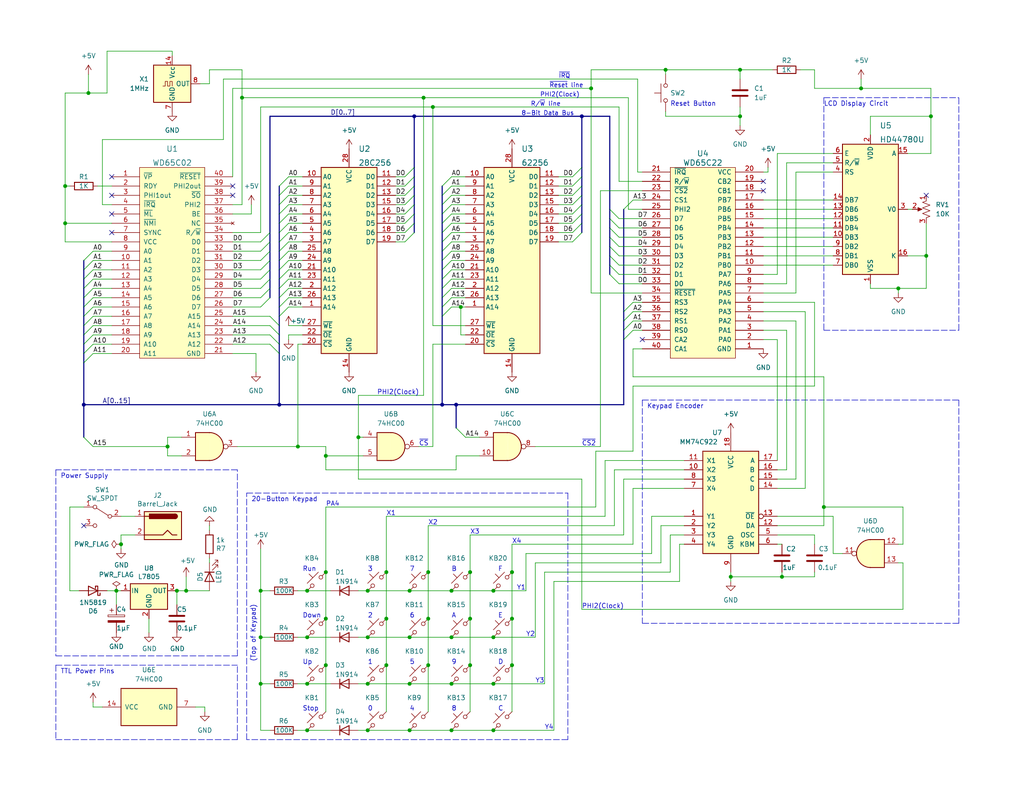
<source format=kicad_sch>
(kicad_sch (version 20211123) (generator eeschema)
  (paper "USLetter")
  (title_block (title "WD65C02 Homebrew Computer Mainboard") (date "2022-Jan-09") (rev "B") (company "Matt Rude <matt@mattrude.com>") (comment 1 "6502 computer with LCD screen and 20 button keypad") (comment 2 "Memory Map:  RAM: $0000 - $5fff,  65c22: $6000 - $600f,  ROM: $8000 - $ffff") (comment 5 "https://github.com/mattrude/wd65c02"))
  (junction (at 254 31.75))
  (junction (at 139.7 168.91))
  (junction (at 111.76 161.29))
  (junction (at 139.7 156.21))
  (junction (at 17.78 50.8))
  (junction (at 134.62 199.39))
  (junction (at 116.84 181.61))
  (junction (at 113.03 31.75))
  (junction (at 105.41 168.91))
  (junction (at 88.9 124.46))
  (junction (at 139.7 181.61))
  (junction (at 100.33 173.99))
  (junction (at 224.79 138.43))
  (junction (at 120.65 110.49))
  (junction (at 83.82 161.29))
  (junction (at 100.33 186.69))
  (junction (at 234.95 24.13))
  (junction (at 88.9 168.91))
  (junction (at 50.8 161.29))
  (junction (at 134.62 186.69))
  (junction (at 71.12 186.69))
  (junction (at 111.76 199.39))
  (junction (at 22.86 110.49))
  (junction (at 123.19 199.39))
  (junction (at 24.13 25.4))
  (junction (at 181.61 19.05))
  (junction (at 123.19 186.69))
  (junction (at 111.76 186.69))
  (junction (at 252.73 69.85))
  (junction (at 128.27 156.21))
  (junction (at 115.57 26.67))
  (junction (at 83.82 173.99))
  (junction (at 245.11 78.74))
  (junction (at 213.36 157.48))
  (junction (at 100.33 199.39))
  (junction (at 71.12 173.99))
  (junction (at 81.28 121.92))
  (junction (at 76.2 110.49))
  (junction (at 100.33 161.29))
  (junction (at 123.19 173.99))
  (junction (at 125.73 83.82))
  (junction (at 66.04 26.67))
  (junction (at 88.9 181.61))
  (junction (at 111.76 173.99))
  (junction (at 128.27 168.91))
  (junction (at 88.9 156.21))
  (junction (at 199.39 157.48))
  (junction (at 45.72 121.92))
  (junction (at 83.82 186.69))
  (junction (at 124.46 110.49))
  (junction (at 201.93 19.05))
  (junction (at 123.19 161.29))
  (junction (at 161.29 24.13))
  (junction (at 201.93 31.75))
  (junction (at 97.79 119.38))
  (junction (at 116.84 168.91))
  (junction (at 105.41 181.61))
  (junction (at 48.26 161.29))
  (junction (at 83.82 199.39))
  (junction (at 31.75 161.29))
  (junction (at 118.11 29.21))
  (junction (at 134.62 161.29))
  (junction (at 116.84 156.21))
  (junction (at 33.02 148.59))
  (junction (at 134.62 173.99))
  (junction (at 158.75 31.75))
  (junction (at 71.12 161.29))
  (junction (at 105.41 156.21))
  (junction (at 128.27 181.61))
  (junction (at 17.78 60.96))
  (no_connect (at 208.28 49.53))
  (no_connect (at 30.48 48.26))
  (no_connect (at 22.86 143.51))
  (no_connect (at 30.48 63.5))
  (no_connect (at 30.48 53.34))
  (no_connect (at 175.26 92.71))
  (no_connect (at 63.5 50.8))
  (no_connect (at 63.5 53.34))
  (no_connect (at 208.28 52.07))
  (no_connect (at 252.73 53.34))
  (no_connect (at 30.48 58.42))
  (bus_entry (at 73.66 93.98) (size 2.54 2.54))
  (bus_entry (at 78.74 68.58) (size -2.54 2.54))
  (bus_entry (at 123.19 48.26) (size -2.54 2.54))
  (bus_entry (at 73.66 88.9) (size 2.54 2.54))
  (bus_entry (at 113.03 63.5) (size -2.54 2.54))
  (bus_entry (at 78.74 55.88) (size -2.54 2.54))
  (bus_entry (at 158.75 58.42) (size -2.54 2.54))
  (bus_entry (at 113.03 45.72) (size -2.54 2.54))
  (bus_entry (at 22.86 83.82) (size 2.54 -2.54))
  (bus_entry (at 113.03 50.8) (size -2.54 2.54))
  (bus_entry (at 123.19 83.82) (size -2.54 2.54))
  (bus_entry (at 73.66 71.12) (size -2.54 2.54))
  (bus_entry (at 73.66 68.58) (size -2.54 2.54))
  (bus_entry (at 172.72 85.09) (size -2.54 2.54))
  (bus_entry (at 172.72 87.63) (size -2.54 2.54))
  (bus_entry (at 123.19 66.04) (size -2.54 2.54))
  (bus_entry (at 73.66 91.44) (size 2.54 2.54))
  (bus_entry (at 73.66 73.66) (size -2.54 2.54))
  (bus_entry (at 113.03 58.42) (size -2.54 2.54))
  (bus_entry (at 158.75 53.34) (size -2.54 2.54))
  (bus_entry (at 123.19 73.66) (size -2.54 2.54))
  (bus_entry (at 73.66 81.28) (size -2.54 2.54))
  (bus_entry (at 22.86 99.06) (size 2.54 -2.54))
  (bus_entry (at 113.03 60.96) (size -2.54 2.54))
  (bus_entry (at 78.74 60.96) (size -2.54 2.54))
  (bus_entry (at 123.19 60.96) (size -2.54 2.54))
  (bus_entry (at 113.03 53.34) (size -2.54 2.54))
  (bus_entry (at 22.86 73.66) (size 2.54 -2.54))
  (bus_entry (at 158.75 45.72) (size -2.54 2.54))
  (bus_entry (at 158.75 50.8) (size -2.54 2.54))
  (bus_entry (at 22.86 88.9) (size 2.54 -2.54))
  (bus_entry (at 123.19 78.74) (size -2.54 2.54))
  (bus_entry (at 123.19 71.12) (size -2.54 2.54))
  (bus_entry (at 22.86 86.36) (size 2.54 -2.54))
  (bus_entry (at 78.74 66.04) (size -2.54 2.54))
  (bus_entry (at 123.19 53.34) (size -2.54 2.54))
  (bus_entry (at 172.72 82.55) (size -2.54 2.54))
  (bus_entry (at 73.66 76.2) (size -2.54 2.54))
  (bus_entry (at 73.66 66.04) (size -2.54 2.54))
  (bus_entry (at 166.37 69.85) (size 2.54 2.54))
  (bus_entry (at 158.75 55.88) (size -2.54 2.54))
  (bus_entry (at 166.37 64.77) (size 2.54 2.54))
  (bus_entry (at 172.72 90.17) (size -2.54 2.54))
  (bus_entry (at 78.74 76.2) (size -2.54 2.54))
  (bus_entry (at 123.19 81.28) (size -2.54 2.54))
  (bus_entry (at 78.74 48.26) (size -2.54 2.54))
  (bus_entry (at 73.66 86.36) (size 2.54 2.54))
  (bus_entry (at 78.74 73.66) (size -2.54 2.54))
  (bus_entry (at 166.37 74.93) (size 2.54 2.54))
  (bus_entry (at 158.75 63.5) (size -2.54 2.54))
  (bus_entry (at 73.66 63.5) (size -2.54 2.54))
  (bus_entry (at 123.19 50.8) (size -2.54 2.54))
  (bus_entry (at 78.74 50.8) (size -2.54 2.54))
  (bus_entry (at 78.74 78.74) (size -2.54 2.54))
  (bus_entry (at 22.86 96.52) (size 2.54 -2.54))
  (bus_entry (at 22.86 78.74) (size 2.54 -2.54))
  (bus_entry (at 22.86 71.12) (size 2.54 -2.54))
  (bus_entry (at 166.37 67.31) (size 2.54 2.54))
  (bus_entry (at 113.03 48.26) (size -2.54 2.54))
  (bus_entry (at 113.03 55.88) (size -2.54 2.54))
  (bus_entry (at 166.37 57.15) (size 2.54 2.54))
  (bus_entry (at 166.37 62.23) (size 2.54 2.54))
  (bus_entry (at 78.74 83.82) (size -2.54 2.54))
  (bus_entry (at 78.74 71.12) (size -2.54 2.54))
  (bus_entry (at 78.74 58.42) (size -2.54 2.54))
  (bus_entry (at 22.86 91.44) (size 2.54 -2.54))
  (bus_entry (at 22.86 76.2) (size 2.54 -2.54))
  (bus_entry (at 123.19 58.42) (size -2.54 2.54))
  (bus_entry (at 123.19 55.88) (size -2.54 2.54))
  (bus_entry (at 78.74 63.5) (size -2.54 2.54))
  (bus_entry (at 166.37 59.69) (size 2.54 2.54))
  (bus_entry (at 78.74 81.28) (size -2.54 2.54))
  (bus_entry (at 166.37 72.39) (size 2.54 2.54))
  (bus_entry (at 78.74 53.34) (size -2.54 2.54))
  (bus_entry (at 123.19 68.58) (size -2.54 2.54))
  (bus_entry (at 172.72 54.61) (size -2.54 2.54))
  (bus_entry (at 158.75 60.96) (size -2.54 2.54))
  (bus_entry (at 123.19 76.2) (size -2.54 2.54))
  (bus_entry (at 158.75 48.26) (size -2.54 2.54))
  (bus_entry (at 73.66 78.74) (size -2.54 2.54))
  (bus_entry (at 22.86 119.38) (size 2.54 2.54))
  (bus_entry (at 123.19 63.5) (size -2.54 2.54))
  (bus_entry (at 22.86 93.98) (size 2.54 -2.54))
  (bus_entry (at 124.46 116.84) (size 2.54 2.54))
  (bus_entry (at 22.86 81.28) (size 2.54 -2.54))
  (wire (pts (xy 130.81 124.46) (xy 124.46 124.46)))
  (wire (pts (xy 63.5 71.12) (xy 71.12 71.12)))
  (wire (pts (xy 252.73 78.74) (xy 252.73 69.85)))
  (wire (pts (xy 97.79 199.39) (xy 100.33 199.39)))
  (wire (pts (xy 17.78 50.8) (xy 19.05 50.8)))
  (wire (pts (xy 199.39 157.48) (xy 199.39 156.21)))
  (wire (pts (xy 118.11 93.98) (xy 118.11 121.92)))
  (wire (pts (xy 208.28 64.77) (xy 227.33 64.77)))
  (bus (pts (xy 113.03 58.42) (xy 113.03 60.96)))
  (wire (pts (xy 105.41 140.97) (xy 165.1 140.97)))
  (wire (pts (xy 172.72 123.19) (xy 162.56 123.19)))
  (wire (pts (xy 172.72 85.09) (xy 175.26 85.09)))
  (wire (pts (xy 209.55 46.99) (xy 209.55 45.72)))
  (wire (pts (xy 123.19 63.5) (xy 127 63.5)))
  (wire (pts (xy 208.28 72.39) (xy 227.33 72.39)))
  (wire (pts (xy 123.19 161.29) (xy 134.62 161.29)))
  (wire (pts (xy 161.29 24.13) (xy 161.29 19.05)))
  (wire (pts (xy 63.5 91.44) (xy 73.66 91.44)))
  (polyline (pts (xy 15.24 128.27) (xy 15.24 179.07)))
  (wire (pts (xy 152.4 50.8) (xy 156.21 50.8)))
  (wire (pts (xy 139.7 148.59) (xy 172.72 148.59)))
  (wire (pts (xy 151.13 158.75) (xy 185.42 158.75)))
  (wire (pts (xy 60.96 21.59) (xy 173.99 21.59)))
  (wire (pts (xy 64.77 121.92) (xy 81.28 121.92)))
  (wire (pts (xy 128.27 168.91) (xy 128.27 181.61)))
  (wire (pts (xy 63.5 88.9) (xy 73.66 88.9)))
  (wire (pts (xy 45.72 124.46) (xy 49.53 124.46)))
  (wire (pts (xy 222.25 146.05) (xy 212.09 146.05)))
  (wire (pts (xy 152.4 53.34) (xy 156.21 53.34)))
  (wire (pts (xy 107.95 48.26) (xy 110.49 48.26)))
  (wire (pts (xy 107.95 55.88) (xy 110.49 55.88)))
  (wire (pts (xy 81.28 93.98) (xy 81.28 121.92)))
  (wire (pts (xy 53.34 193.04) (xy 55.88 193.04)))
  (wire (pts (xy 172.72 95.25) (xy 172.72 102.87)))
  (wire (pts (xy 78.74 88.9) (xy 82.55 88.9)))
  (wire (pts (xy 69.85 96.52) (xy 69.85 101.6)))
  (wire (pts (xy 247.65 41.91) (xy 254 41.91)))
  (wire (pts (xy 116.84 181.61) (xy 116.84 194.31)))
  (wire (pts (xy 88.9 138.43) (xy 88.9 156.21)))
  (wire (pts (xy 212.09 74.93) (xy 212.09 41.91)))
  (wire (pts (xy 107.95 60.96) (xy 110.49 60.96)))
  (wire (pts (xy 152.4 58.42) (xy 156.21 58.42)))
  (wire (pts (xy 105.41 140.97) (xy 105.41 156.21)))
  (wire (pts (xy 81.28 199.39) (xy 83.82 199.39)))
  (wire (pts (xy 81.28 173.99) (xy 83.82 173.99)))
  (wire (pts (xy 213.36 156.21) (xy 213.36 157.48)))
  (wire (pts (xy 25.4 191.77) (xy 25.4 193.04)))
  (wire (pts (xy 172.72 102.87) (xy 224.79 102.87)))
  (wire (pts (xy 63.5 24.13) (xy 161.29 24.13)))
  (wire (pts (xy 57.15 22.86) (xy 57.15 19.05)))
  (wire (pts (xy 168.91 74.93) (xy 175.26 74.93)))
  (wire (pts (xy 63.5 66.04) (xy 71.12 66.04)))
  (wire (pts (xy 151.13 158.75) (xy 151.13 199.39)))
  (polyline (pts (xy 15.24 181.61) (xy 64.77 181.61)))
  (wire (pts (xy 222.25 105.41) (xy 172.72 105.41)))
  (wire (pts (xy 19.05 138.43) (xy 19.05 161.29)))
  (wire (pts (xy 25.4 121.92) (xy 45.72 121.92)))
  (wire (pts (xy 116.84 156.21) (xy 116.84 168.91)))
  (bus (pts (xy 166.37 59.69) (xy 166.37 62.23)))
  (wire (pts (xy 78.74 63.5) (xy 82.55 63.5)))
  (bus (pts (xy 76.2 66.04) (xy 76.2 68.58)))
  (wire (pts (xy 208.28 69.85) (xy 227.33 69.85)))
  (wire (pts (xy 208.28 82.55) (xy 222.25 82.55)))
  (wire (pts (xy 17.78 25.4) (xy 17.78 50.8)))
  (bus (pts (xy 166.37 64.77) (xy 166.37 67.31)))
  (wire (pts (xy 63.5 68.58) (xy 71.12 68.58)))
  (wire (pts (xy 78.74 81.28) (xy 82.55 81.28)))
  (wire (pts (xy 17.78 60.96) (xy 30.48 60.96)))
  (wire (pts (xy 107.95 50.8) (xy 110.49 50.8)))
  (wire (pts (xy 246.38 166.37) (xy 246.38 153.67)))
  (wire (pts (xy 246.38 148.59) (xy 246.38 138.43)))
  (wire (pts (xy 123.19 78.74) (xy 127 78.74)))
  (wire (pts (xy 175.26 95.25) (xy 172.72 95.25)))
  (bus (pts (xy 120.65 53.34) (xy 120.65 55.88)))
  (wire (pts (xy 168.91 49.53) (xy 168.91 29.21)))
  (wire (pts (xy 252.73 60.96) (xy 252.73 69.85)))
  (wire (pts (xy 152.4 55.88) (xy 156.21 55.88)))
  (bus (pts (xy 113.03 55.88) (xy 113.03 58.42)))
  (wire (pts (xy 199.39 157.48) (xy 213.36 157.48)))
  (wire (pts (xy 186.69 133.35) (xy 172.72 133.35)))
  (polyline (pts (xy 224.79 26.67) (xy 261.62 26.67)))
  (wire (pts (xy 208.28 74.93) (xy 212.09 74.93)))
  (bus (pts (xy 120.65 110.49) (xy 124.46 110.49)))
  (wire (pts (xy 222.25 24.13) (xy 222.25 19.05)))
  (wire (pts (xy 63.5 24.13) (xy 63.5 48.26)))
  (wire (pts (xy 161.29 24.13) (xy 161.29 80.01)))
  (wire (pts (xy 25.4 81.28) (xy 30.48 81.28)))
  (bus (pts (xy 22.86 110.49) (xy 76.2 110.49)))
  (wire (pts (xy 63.5 55.88) (xy 66.04 55.88)))
  (wire (pts (xy 116.84 143.51) (xy 116.84 156.21)))
  (wire (pts (xy 33.02 146.05) (xy 33.02 148.59)))
  (wire (pts (xy 33.02 148.59) (xy 33.02 149.86)))
  (wire (pts (xy 123.19 173.99) (xy 134.62 173.99)))
  (wire (pts (xy 181.61 20.32) (xy 181.61 19.05)))
  (bus (pts (xy 120.65 58.42) (xy 120.65 60.96)))
  (bus (pts (xy 22.86 73.66) (xy 22.86 76.2)))
  (bus (pts (xy 76.2 73.66) (xy 76.2 76.2)))
  (wire (pts (xy 163.83 121.92) (xy 163.83 52.07)))
  (wire (pts (xy 168.91 69.85) (xy 175.26 69.85)))
  (bus (pts (xy 76.2 58.42) (xy 76.2 60.96)))
  (wire (pts (xy 125.73 83.82) (xy 127 83.82)))
  (wire (pts (xy 97.79 186.69) (xy 100.33 186.69)))
  (wire (pts (xy 25.4 83.82) (xy 30.48 83.82)))
  (wire (pts (xy 17.78 66.04) (xy 30.48 66.04)))
  (wire (pts (xy 116.84 168.91) (xy 116.84 181.61)))
  (bus (pts (xy 76.2 81.28) (xy 76.2 83.82)))
  (wire (pts (xy 152.4 60.96) (xy 156.21 60.96)))
  (wire (pts (xy 213.36 148.59) (xy 212.09 148.59)))
  (wire (pts (xy 17.78 50.8) (xy 17.78 60.96)))
  (wire (pts (xy 105.41 181.61) (xy 105.41 194.31)))
  (polyline (pts (xy 67.31 201.93) (xy 67.31 134.62)))
  (wire (pts (xy 115.57 26.67) (xy 171.45 26.67)))
  (wire (pts (xy 245.11 78.74) (xy 252.73 78.74)))
  (wire (pts (xy 63.5 58.42) (xy 68.58 58.42)))
  (polyline (pts (xy 64.77 201.93) (xy 64.77 181.61)))
  (wire (pts (xy 201.93 19.05) (xy 210.82 19.05)))
  (wire (pts (xy 71.12 63.5) (xy 63.5 63.5)))
  (wire (pts (xy 139.7 181.61) (xy 139.7 194.31)))
  (wire (pts (xy 168.91 62.23) (xy 175.26 62.23)))
  (wire (pts (xy 212.09 92.71) (xy 212.09 125.73)))
  (wire (pts (xy 201.93 19.05) (xy 201.93 21.59)))
  (wire (pts (xy 88.9 124.46) (xy 88.9 128.27)))
  (wire (pts (xy 46.99 13.97) (xy 46.99 15.24)))
  (wire (pts (xy 25.4 96.52) (xy 30.48 96.52)))
  (bus (pts (xy 170.18 110.49) (xy 170.18 92.71)))
  (wire (pts (xy 127 119.38) (xy 130.81 119.38)))
  (wire (pts (xy 208.28 90.17) (xy 214.63 90.17)))
  (bus (pts (xy 113.03 45.72) (xy 113.03 48.26)))
  (bus (pts (xy 22.86 83.82) (xy 22.86 86.36)))
  (wire (pts (xy 162.56 123.19) (xy 162.56 138.43)))
  (wire (pts (xy 78.74 50.8) (xy 82.55 50.8)))
  (wire (pts (xy 123.19 53.34) (xy 127 53.34)))
  (bus (pts (xy 76.2 60.96) (xy 76.2 63.5)))
  (wire (pts (xy 168.91 72.39) (xy 175.26 72.39)))
  (wire (pts (xy 27.94 38.1) (xy 60.96 38.1)))
  (wire (pts (xy 25.4 71.12) (xy 30.48 71.12)))
  (wire (pts (xy 48.26 161.29) (xy 50.8 161.29)))
  (wire (pts (xy 186.69 143.51) (xy 180.34 143.51)))
  (bus (pts (xy 166.37 67.31) (xy 166.37 69.85)))
  (bus (pts (xy 76.2 63.5) (xy 76.2 66.04)))
  (wire (pts (xy 78.74 66.04) (xy 82.55 66.04)))
  (bus (pts (xy 158.75 55.88) (xy 158.75 58.42)))
  (wire (pts (xy 78.74 73.66) (xy 82.55 73.66)))
  (wire (pts (xy 83.82 161.29) (xy 90.17 161.29)))
  (wire (pts (xy 78.74 68.58) (xy 82.55 68.58)))
  (wire (pts (xy 48.26 161.29) (xy 48.26 165.1)))
  (polyline (pts (xy 15.24 201.93) (xy 64.77 201.93)))
  (wire (pts (xy 26.67 50.8) (xy 30.48 50.8)))
  (polyline (pts (xy 64.77 179.07) (xy 64.77 128.27)))
  (wire (pts (xy 63.5 73.66) (xy 71.12 73.66)))
  (wire (pts (xy 63.5 81.28) (xy 71.12 81.28)))
  (wire (pts (xy 208.28 54.61) (xy 227.33 54.61)))
  (wire (pts (xy 214.63 128.27) (xy 212.09 128.27)))
  (wire (pts (xy 212.09 143.51) (xy 224.79 143.51)))
  (wire (pts (xy 88.9 156.21) (xy 88.9 168.91)))
  (wire (pts (xy 208.28 59.69) (xy 227.33 59.69)))
  (wire (pts (xy 78.74 71.12) (xy 82.55 71.12)))
  (wire (pts (xy 27.94 55.88) (xy 27.94 38.1)))
  (wire (pts (xy 219.71 85.09) (xy 219.71 133.35)))
  (wire (pts (xy 168.91 67.31) (xy 175.26 67.31)))
  (wire (pts (xy 31.75 161.29) (xy 33.02 161.29)))
  (wire (pts (xy 201.93 31.75) (xy 201.93 34.29)))
  (bus (pts (xy 76.2 91.44) (xy 76.2 93.98)))
  (bus (pts (xy 113.03 50.8) (xy 113.03 53.34)))
  (wire (pts (xy 254 24.13) (xy 254 31.75)))
  (wire (pts (xy 114.3 121.92) (xy 118.11 121.92)))
  (wire (pts (xy 163.83 52.07) (xy 175.26 52.07)))
  (wire (pts (xy 25.4 68.58) (xy 30.48 68.58)))
  (bus (pts (xy 22.86 86.36) (xy 22.86 88.9)))
  (wire (pts (xy 214.63 44.45) (xy 227.33 44.45)))
  (wire (pts (xy 168.91 59.69) (xy 175.26 59.69)))
  (wire (pts (xy 134.62 199.39) (xy 151.13 199.39)))
  (wire (pts (xy 68.58 58.42) (xy 68.58 55.88)))
  (wire (pts (xy 172.72 90.17) (xy 175.26 90.17)))
  (wire (pts (xy 247.65 57.15) (xy 248.92 57.15)))
  (wire (pts (xy 217.17 80.01) (xy 208.28 80.01)))
  (wire (pts (xy 55.88 193.04) (xy 55.88 194.31)))
  (bus (pts (xy 22.86 96.52) (xy 22.86 99.06)))
  (bus (pts (xy 120.65 68.58) (xy 120.65 71.12)))
  (wire (pts (xy 123.19 50.8) (xy 127 50.8)))
  (bus (pts (xy 166.37 62.23) (xy 166.37 64.77)))
  (bus (pts (xy 120.65 86.36) (xy 120.65 110.49)))
  (bus (pts (xy 76.2 96.52) (xy 76.2 110.49)))
  (bus (pts (xy 76.2 86.36) (xy 76.2 83.82)))
  (wire (pts (xy 227.33 140.97) (xy 227.33 151.13)))
  (wire (pts (xy 139.7 156.21) (xy 139.7 168.91)))
  (wire (pts (xy 111.76 173.99) (xy 123.19 173.99)))
  (wire (pts (xy 71.12 149.86) (xy 71.12 161.29)))
  (wire (pts (xy 123.19 60.96) (xy 127 60.96)))
  (wire (pts (xy 127 91.44) (xy 125.73 91.44)))
  (bus (pts (xy 124.46 110.49) (xy 124.46 116.84)))
  (bus (pts (xy 113.03 31.75) (xy 113.03 45.72)))
  (wire (pts (xy 208.28 77.47) (xy 214.63 77.47)))
  (wire (pts (xy 148.59 156.21) (xy 182.88 156.21)))
  (bus (pts (xy 76.2 68.58) (xy 76.2 71.12)))
  (wire (pts (xy 124.46 124.46) (xy 124.46 128.27)))
  (polyline (pts (xy 64.77 128.27) (xy 15.24 128.27)))
  (wire (pts (xy 199.39 158.75) (xy 199.39 157.48)))
  (bus (pts (xy 158.75 48.26) (xy 158.75 50.8)))
  (wire (pts (xy 146.05 153.67) (xy 180.34 153.67)))
  (wire (pts (xy 115.57 107.95) (xy 115.57 26.67)))
  (wire (pts (xy 172.72 105.41) (xy 172.72 123.19)))
  (wire (pts (xy 57.15 143.51) (xy 57.15 144.78)))
  (bus (pts (xy 158.75 58.42) (xy 158.75 60.96)))
  (polyline (pts (xy 224.79 90.17) (xy 261.62 90.17)))
  (wire (pts (xy 139.7 148.59) (xy 139.7 156.21)))
  (bus (pts (xy 158.75 31.75) (xy 158.75 45.72)))
  (bus (pts (xy 120.65 66.04) (xy 120.65 68.58)))
  (polyline (pts (xy 261.62 90.17) (xy 261.62 26.67)))
  (wire (pts (xy 181.61 19.05) (xy 201.93 19.05)))
  (wire (pts (xy 123.19 58.42) (xy 127 58.42)))
  (wire (pts (xy 146.05 121.92) (xy 163.83 121.92)))
  (bus (pts (xy 113.03 48.26) (xy 113.03 50.8)))
  (wire (pts (xy 146.05 153.67) (xy 146.05 173.99)))
  (wire (pts (xy 83.82 186.69) (xy 90.17 186.69)))
  (wire (pts (xy 66.04 19.05) (xy 66.04 26.67)))
  (wire (pts (xy 22.86 138.43) (xy 19.05 138.43)))
  (wire (pts (xy 123.19 55.88) (xy 127 55.88)))
  (wire (pts (xy 246.38 153.67) (xy 245.11 153.67)))
  (wire (pts (xy 78.74 76.2) (xy 82.55 76.2)))
  (wire (pts (xy 63.5 78.74) (xy 71.12 78.74)))
  (wire (pts (xy 81.28 161.29) (xy 83.82 161.29)))
  (wire (pts (xy 208.28 92.71) (xy 212.09 92.71)))
  (wire (pts (xy 134.62 173.99) (xy 146.05 173.99)))
  (wire (pts (xy 78.74 55.88) (xy 82.55 55.88)))
  (wire (pts (xy 172.72 87.63) (xy 175.26 87.63)))
  (bus (pts (xy 73.66 68.58) (xy 73.66 66.04)))
  (bus (pts (xy 170.18 90.17) (xy 170.18 87.63)))
  (wire (pts (xy 19.05 161.29) (xy 21.59 161.29)))
  (wire (pts (xy 180.34 153.67) (xy 180.34 143.51)))
  (polyline (pts (xy 224.79 26.67) (xy 224.79 90.17)))
  (wire (pts (xy 128.27 156.21) (xy 128.27 168.91)))
  (bus (pts (xy 73.66 73.66) (xy 73.66 71.12)))
  (bus (pts (xy 22.86 93.98) (xy 22.86 96.52)))
  (bus (pts (xy 76.2 86.36) (xy 76.2 88.9)))
  (wire (pts (xy 60.96 38.1) (xy 60.96 21.59)))
  (wire (pts (xy 25.4 93.98) (xy 30.48 93.98)))
  (wire (pts (xy 222.25 148.59) (xy 222.25 146.05)))
  (wire (pts (xy 78.74 58.42) (xy 82.55 58.42)))
  (wire (pts (xy 97.79 119.38) (xy 99.06 119.38)))
  (bus (pts (xy 22.86 76.2) (xy 22.86 78.74)))
  (wire (pts (xy 214.63 90.17) (xy 214.63 128.27)))
  (wire (pts (xy 181.61 31.75) (xy 201.93 31.75)))
  (wire (pts (xy 78.74 83.82) (xy 82.55 83.82)))
  (wire (pts (xy 123.19 83.82) (xy 125.73 83.82)))
  (wire (pts (xy 227.33 46.99) (xy 217.17 46.99)))
  (wire (pts (xy 222.25 156.21) (xy 222.25 157.48)))
  (wire (pts (xy 182.88 156.21) (xy 182.88 146.05)))
  (wire (pts (xy 170.18 146.05) (xy 170.18 130.81)))
  (wire (pts (xy 71.12 173.99) (xy 73.66 173.99)))
  (wire (pts (xy 213.36 157.48) (xy 222.25 157.48)))
  (wire (pts (xy 168.91 49.53) (xy 175.26 49.53)))
  (bus (pts (xy 73.66 31.75) (xy 113.03 31.75)))
  (bus (pts (xy 120.65 78.74) (xy 120.65 81.28)))
  (wire (pts (xy 143.51 151.13) (xy 143.51 161.29)))
  (wire (pts (xy 33.02 140.97) (xy 36.83 140.97)))
  (wire (pts (xy 246.38 148.59) (xy 245.11 148.59)))
  (bus (pts (xy 76.2 50.8) (xy 76.2 53.34)))
  (bus (pts (xy 73.66 76.2) (xy 73.66 73.66)))
  (wire (pts (xy 82.55 93.98) (xy 81.28 93.98)))
  (wire (pts (xy 83.82 199.39) (xy 90.17 199.39)))
  (wire (pts (xy 57.15 22.86) (xy 54.61 22.86)))
  (bus (pts (xy 76.2 71.12) (xy 76.2 73.66)))
  (wire (pts (xy 107.95 66.04) (xy 110.49 66.04)))
  (wire (pts (xy 208.28 85.09) (xy 219.71 85.09)))
  (polyline (pts (xy 261.62 109.22) (xy 261.62 170.18)))
  (wire (pts (xy 105.41 156.21) (xy 105.41 168.91)))
  (bus (pts (xy 73.66 81.28) (xy 73.66 78.74)))
  (wire (pts (xy 24.13 25.4) (xy 29.21 25.4)))
  (wire (pts (xy 185.42 158.75) (xy 185.42 148.59)))
  (wire (pts (xy 217.17 87.63) (xy 217.17 130.81)))
  (wire (pts (xy 173.99 46.99) (xy 175.26 46.99)))
  (wire (pts (xy 49.53 119.38) (xy 45.72 119.38)))
  (wire (pts (xy 88.9 138.43) (xy 162.56 138.43)))
  (wire (pts (xy 97.79 107.95) (xy 115.57 107.95)))
  (bus (pts (xy 166.37 57.15) (xy 166.37 59.69)))
  (wire (pts (xy 123.19 68.58) (xy 127 68.58)))
  (wire (pts (xy 107.95 63.5) (xy 110.49 63.5)))
  (wire (pts (xy 97.79 161.29) (xy 100.33 161.29)))
  (wire (pts (xy 78.74 53.34) (xy 82.55 53.34)))
  (wire (pts (xy 148.59 156.21) (xy 148.59 186.69)))
  (wire (pts (xy 78.74 78.74) (xy 82.55 78.74)))
  (wire (pts (xy 29.21 161.29) (xy 31.75 161.29)))
  (wire (pts (xy 123.19 73.66) (xy 127 73.66)))
  (wire (pts (xy 252.73 69.85) (xy 247.65 69.85)))
  (wire (pts (xy 118.11 29.21) (xy 168.91 29.21)))
  (wire (pts (xy 105.41 168.91) (xy 105.41 181.61)))
  (wire (pts (xy 219.71 133.35) (xy 212.09 133.35)))
  (wire (pts (xy 83.82 173.99) (xy 90.17 173.99)))
  (wire (pts (xy 171.45 57.15) (xy 175.26 57.15)))
  (bus (pts (xy 22.86 71.12) (xy 22.86 73.66)))
  (wire (pts (xy 165.1 125.73) (xy 165.1 140.97)))
  (bus (pts (xy 76.2 53.34) (xy 76.2 55.88)))
  (wire (pts (xy 50.8 161.29) (xy 57.15 161.29)))
  (bus (pts (xy 76.2 110.49) (xy 120.65 110.49)))
  (wire (pts (xy 118.11 93.98) (xy 127 93.98)))
  (bus (pts (xy 120.65 50.8) (xy 120.65 53.34)))
  (wire (pts (xy 224.79 138.43) (xy 224.79 143.51)))
  (wire (pts (xy 123.19 81.28) (xy 127 81.28)))
  (wire (pts (xy 152.4 48.26) (xy 156.21 48.26)))
  (wire (pts (xy 186.69 140.97) (xy 177.8 140.97)))
  (wire (pts (xy 134.62 161.29) (xy 143.51 161.29)))
  (wire (pts (xy 78.74 60.96) (xy 82.55 60.96)))
  (wire (pts (xy 168.91 64.77) (xy 175.26 64.77)))
  (bus (pts (xy 76.2 88.9) (xy 76.2 91.44)))
  (wire (pts (xy 100.33 173.99) (xy 111.76 173.99)))
  (wire (pts (xy 88.9 124.46) (xy 99.06 124.46)))
  (wire (pts (xy 217.17 46.99) (xy 217.17 80.01)))
  (wire (pts (xy 25.4 73.66) (xy 30.48 73.66)))
  (wire (pts (xy 71.12 186.69) (xy 71.12 199.39)))
  (wire (pts (xy 97.79 173.99) (xy 100.33 173.99)))
  (wire (pts (xy 201.93 29.21) (xy 201.93 31.75)))
  (wire (pts (xy 173.99 21.59) (xy 173.99 46.99)))
  (wire (pts (xy 237.49 31.75) (xy 237.49 36.83)))
  (wire (pts (xy 25.4 88.9) (xy 30.48 88.9)))
  (wire (pts (xy 186.69 125.73) (xy 165.1 125.73)))
  (wire (pts (xy 71.12 161.29) (xy 71.12 173.99)))
  (wire (pts (xy 172.72 82.55) (xy 175.26 82.55)))
  (wire (pts (xy 181.61 30.48) (xy 181.61 31.75)))
  (bus (pts (xy 120.65 60.96) (xy 120.65 63.5)))
  (wire (pts (xy 40.64 172.72) (xy 40.64 168.91)))
  (wire (pts (xy 234.95 24.13) (xy 254 24.13)))
  (wire (pts (xy 24.13 20.32) (xy 24.13 25.4)))
  (wire (pts (xy 208.28 62.23) (xy 227.33 62.23)))
  (wire (pts (xy 81.28 186.69) (xy 83.82 186.69)))
  (wire (pts (xy 88.9 181.61) (xy 88.9 194.31)))
  (wire (pts (xy 158.75 130.81) (xy 97.79 130.81)))
  (bus (pts (xy 170.18 57.15) (xy 170.18 85.09)))
  (wire (pts (xy 71.12 161.29) (xy 73.66 161.29)))
  (wire (pts (xy 172.72 148.59) (xy 172.72 133.35)))
  (wire (pts (xy 152.4 66.04) (xy 156.21 66.04)))
  (wire (pts (xy 237.49 31.75) (xy 254 31.75)))
  (bus (pts (xy 76.2 76.2) (xy 76.2 78.74)))
  (wire (pts (xy 107.95 58.42) (xy 110.49 58.42)))
  (wire (pts (xy 111.76 161.29) (xy 123.19 161.29)))
  (bus (pts (xy 113.03 31.75) (xy 158.75 31.75)))
  (wire (pts (xy 245.11 78.74) (xy 245.11 80.01)))
  (wire (pts (xy 222.25 24.13) (xy 234.95 24.13)))
  (wire (pts (xy 25.4 78.74) (xy 30.48 78.74)))
  (wire (pts (xy 227.33 151.13) (xy 229.87 151.13)))
  (wire (pts (xy 222.25 19.05) (xy 218.44 19.05)))
  (wire (pts (xy 123.19 66.04) (xy 127 66.04)))
  (wire (pts (xy 63.5 76.2) (xy 71.12 76.2)))
  (wire (pts (xy 116.84 143.51) (xy 167.64 143.51)))
  (wire (pts (xy 224.79 102.87) (xy 224.79 138.43)))
  (wire (pts (xy 128.27 146.05) (xy 170.18 146.05)))
  (wire (pts (xy 25.4 76.2) (xy 30.48 76.2)))
  (bus (pts (xy 120.65 73.66) (xy 120.65 76.2)))
  (wire (pts (xy 234.95 21.59) (xy 234.95 24.13)))
  (polyline (pts (xy 175.26 109.22) (xy 261.62 109.22)))
  (bus (pts (xy 113.03 53.34) (xy 113.03 55.88)))
  (bus (pts (xy 158.75 53.34) (xy 158.75 55.88)))
  (bus (pts (xy 73.66 66.04) (xy 73.66 63.5)))
  (wire (pts (xy 25.4 91.44) (xy 30.48 91.44)))
  (wire (pts (xy 123.19 71.12) (xy 127 71.12)))
  (bus (pts (xy 124.46 110.49) (xy 170.18 110.49)))
  (wire (pts (xy 25.4 193.04) (xy 27.94 193.04)))
  (wire (pts (xy 100.33 186.69) (xy 111.76 186.69)))
  (wire (pts (xy 208.28 57.15) (xy 227.33 57.15)))
  (wire (pts (xy 100.33 199.39) (xy 111.76 199.39)))
  (wire (pts (xy 124.46 128.27) (xy 88.9 128.27)))
  (bus (pts (xy 73.66 71.12) (xy 73.66 68.58)))
  (polyline (pts (xy 175.26 109.22) (xy 175.26 170.18)))
  (wire (pts (xy 107.95 53.34) (xy 110.49 53.34)))
  (wire (pts (xy 111.76 186.69) (xy 123.19 186.69)))
  (bus (pts (xy 76.2 93.98) (xy 76.2 96.52)))
  (wire (pts (xy 71.12 199.39) (xy 73.66 199.39)))
  (wire (pts (xy 186.69 130.81) (xy 170.18 130.81)))
  (wire (pts (xy 100.33 161.29) (xy 111.76 161.29)))
  (wire (pts (xy 208.28 87.63) (xy 217.17 87.63)))
  (polyline (pts (xy 15.24 179.07) (xy 64.77 179.07)))
  (wire (pts (xy 78.74 91.44) (xy 82.55 91.44)))
  (wire (pts (xy 111.76 199.39) (xy 123.19 199.39)))
  (wire (pts (xy 128.27 146.05) (xy 128.27 156.21)))
  (wire (pts (xy 177.8 151.13) (xy 177.8 140.97)))
  (wire (pts (xy 50.8 157.48) (xy 50.8 161.29)))
  (wire (pts (xy 31.75 161.29) (xy 31.75 165.1)))
  (wire (pts (xy 63.5 86.36) (xy 73.66 86.36)))
  (bus (pts (xy 22.86 81.28) (xy 22.86 83.82)))
  (wire (pts (xy 182.88 146.05) (xy 186.69 146.05)))
  (wire (pts (xy 63.5 83.82) (xy 71.12 83.82)))
  (wire (pts (xy 57.15 19.05) (xy 66.04 19.05)))
  (wire (pts (xy 123.19 199.39) (xy 134.62 199.39)))
  (wire (pts (xy 81.28 121.92) (xy 88.9 121.92)))
  (wire (pts (xy 158.75 130.81) (xy 158.75 166.37)))
  (wire (pts (xy 45.72 119.38) (xy 45.72 121.92)))
  (wire (pts (xy 134.62 186.69) (xy 148.59 186.69)))
  (bus (pts (xy 113.03 60.96) (xy 113.03 63.5)))
  (wire (pts (xy 237.49 78.74) (xy 245.11 78.74)))
  (bus (pts (xy 76.2 78.74) (xy 76.2 81.28)))
  (wire (pts (xy 212.09 41.91) (xy 227.33 41.91)))
  (wire (pts (xy 168.91 77.47) (xy 175.26 77.47)))
  (polyline (pts (xy 154.94 201.93) (xy 67.31 201.93)))
  (wire (pts (xy 237.49 77.47) (xy 237.49 78.74)))
  (bus (pts (xy 170.18 87.63) (xy 170.18 85.09)))
  (wire (pts (xy 78.74 92.71) (xy 78.74 91.44)))
  (wire (pts (xy 27.94 55.88) (xy 30.48 55.88)))
  (bus (pts (xy 120.65 71.12) (xy 120.65 73.66)))
  (wire (pts (xy 17.78 25.4) (xy 24.13 25.4)))
  (bus (pts (xy 166.37 72.39) (xy 166.37 74.93)))
  (wire (pts (xy 71.12 186.69) (xy 73.66 186.69)))
  (bus (pts (xy 73.66 63.5) (xy 73.66 31.75)))
  (wire (pts (xy 171.45 26.67) (xy 171.45 57.15)))
  (wire (pts (xy 71.12 29.21) (xy 71.12 63.5)))
  (wire (pts (xy 97.79 107.95) (xy 97.79 119.38)))
  (wire (pts (xy 29.21 13.97) (xy 29.21 25.4)))
  (wire (pts (xy 78.74 48.26) (xy 82.55 48.26)))
  (bus (pts (xy 22.86 110.49) (xy 22.86 119.38)))
  (bus (pts (xy 170.18 92.71) (xy 170.18 90.17)))
  (polyline (pts (xy 261.62 170.18) (xy 175.26 170.18)))
  (wire (pts (xy 125.73 91.44) (xy 125.73 83.82)))
  (wire (pts (xy 172.72 54.61) (xy 175.26 54.61)))
  (wire (pts (xy 88.9 168.91) (xy 88.9 181.61)))
  (wire (pts (xy 246.38 166.37) (xy 158.75 166.37)))
  (wire (pts (xy 33.02 146.05) (xy 36.83 146.05)))
  (wire (pts (xy 66.04 26.67) (xy 66.04 55.88)))
  (bus (pts (xy 22.86 99.06) (xy 22.86 110.49)))
  (wire (pts (xy 128.27 181.61) (xy 128.27 194.31)))
  (wire (pts (xy 118.11 29.21) (xy 71.12 29.21)))
  (wire (pts (xy 139.7 168.91) (xy 139.7 181.61)))
  (wire (pts (xy 212.09 140.97) (xy 227.33 140.97)))
  (wire (pts (xy 63.5 96.52) (xy 69.85 96.52)))
  (wire (pts (xy 208.28 67.31) (xy 227.33 67.31)))
  (bus (pts (xy 22.86 78.74) (xy 22.86 81.28)))
  (wire (pts (xy 127 88.9) (xy 118.11 88.9)))
  (wire (pts (xy 186.69 128.27) (xy 167.64 128.27)))
  (wire (pts (xy 29.21 13.97) (xy 46.99 13.97)))
  (bus (pts (xy 166.37 31.75) (xy 166.37 57.15)))
  (wire (pts (xy 45.72 121.92) (xy 45.72 124.46)))
  (bus (pts (xy 120.65 63.5) (xy 120.65 66.04)))
  (wire (pts (xy 214.63 77.47) (xy 214.63 44.45)))
  (wire (pts (xy 123.19 76.2) (xy 127 76.2)))
  (bus (pts (xy 73.66 78.74) (xy 73.66 76.2)))
  (bus (pts (xy 120.65 55.88) (xy 120.65 58.42)))
  (wire (pts (xy 57.15 152.4) (xy 57.15 153.67)))
  (bus (pts (xy 158.75 31.75) (xy 166.37 31.75)))
  (bus (pts (xy 120.65 81.28) (xy 120.65 83.82)))
  (wire (pts (xy 152.4 63.5) (xy 156.21 63.5)))
  (wire (pts (xy 97.79 130.81) (xy 97.79 119.38)))
  (wire (pts (xy 66.04 26.67) (xy 115.57 26.67)))
  (polyline (pts (xy 154.94 134.62) (xy 154.94 201.93)))
  (wire (pts (xy 71.12 173.99) (xy 71.12 186.69)))
  (bus (pts (xy 158.75 50.8) (xy 158.75 53.34)))
  (wire (pts (xy 254 41.91) (xy 254 31.75)))
  (bus (pts (xy 120.65 76.2) (xy 120.65 78.74)))
  (wire (pts (xy 118.11 29.21) (xy 118.11 88.9)))
  (bus (pts (xy 76.2 55.88) (xy 76.2 58.42)))
  (wire (pts (xy 88.9 121.92) (xy 88.9 124.46)))
  (wire (pts (xy 246.38 138.43) (xy 224.79 138.43)))
  (wire (pts (xy 175.26 80.01) (xy 161.29 80.01)))
  (wire (pts (xy 208.28 46.99) (xy 209.55 46.99)))
  (wire (pts (xy 161.29 19.05) (xy 181.61 19.05)))
  (wire (pts (xy 143.51 151.13) (xy 177.8 151.13)))
  (wire (pts (xy 123.19 48.26) (xy 127 48.26)))
  (wire (pts (xy 123.19 186.69) (xy 134.62 186.69)))
  (wire (pts (xy 17.78 60.96) (xy 17.78 66.04)))
  (polyline (pts (xy 15.24 181.61) (xy 15.24 201.93)))
  (bus (pts (xy 166.37 69.85) (xy 166.37 72.39)))
  (polyline (pts (xy 67.31 134.62) (xy 154.94 134.62)))
  (bus (pts (xy 158.75 60.96) (xy 158.75 63.5)))
  (bus (pts (xy 22.86 88.9) (xy 22.86 91.44)))
  (wire (pts (xy 25.4 86.36) (xy 30.48 86.36)))
  (wire (pts (xy 167.64 128.27) (xy 167.64 143.51)))
  (wire (pts (xy 217.17 130.81) (xy 212.09 130.81)))
  (wire (pts (xy 185.42 148.59) (xy 186.69 148.59)))
  (bus (pts (xy 158.75 45.72) (xy 158.75 48.26)))
  (bus (pts (xy 120.65 83.82) (xy 120.65 86.36)))
  (wire (pts (xy 222.25 82.55) (xy 222.25 105.41)))
  (bus (pts (xy 22.86 91.44) (xy 22.86 93.98)))
  (wire (pts (xy 63.5 93.98) (xy 73.66 93.98)))
  (text "Y4" (at 148.59 199.39 0) (effects (font (size 1.27 1.27)) (justify left bottom)))
  (text "PHI2(Clock)" (at 102.87 107.95 0) (effects (font (size 1.27 1.27)) (justify left bottom)))
  (text "Power Supply" (at 16.51 130.81 0) (effects (font (size 1.27 1.27)) (justify left bottom)))
  (text "E" (at 135.89 168.91 0) (effects (font (size 1.27 1.27)) (justify left bottom)))
  (text "5" (at 111.76 181.61 0) (effects (font (size 1.27 1.27)) (justify left bottom)))
  (text "7" (at 111.76 156.21 0) (effects (font (size 1.27 1.27)) (justify left bottom)))
  (text "A" (at 123.19 168.91 0) (effects (font (size 1.27 1.27)) (justify left bottom)))
  (text "20-Button Keypad	" (at 68.58 137.16 0) (effects (font (size 1.27 1.27)) (justify left bottom)))
  (text "4" (at 111.76 194.31 0) (effects (font (size 1.27 1.27)) (justify left bottom)))
  (text "(Top of Keypad)" (at 69.85 165.1 270) (effects (font (size 1.27 1.27)) (justify right bottom)))
  (text "2" (at 100.33 168.91 0) (effects (font (size 1.27 1.27)) (justify left bottom)))
  (text "X4" (at 139.7 148.59 0) (effects (font (size 1.27 1.27)) (justify left bottom)))
  (text "X2" (at 116.84 143.51 0) (effects (font (size 1.27 1.27)) (justify left bottom)))
  (text "LCD Display Circit" (at 224.79 29.21 0) (effects (font (size 1.27 1.27)) (justify left bottom)))
  (text "X3" (at 128.27 146.05 0) (effects (font (size 1.27 1.27)) (justify left bottom)))
  (text "Keypad Encoder" (at 176.53 111.76 0) (effects (font (size 1.27 1.27)) (justify left bottom)))
  (text "9" (at 123.19 181.61 0) (effects (font (size 1.27 1.27)) (justify left bottom)))
  (text "Stop" (at 82.55 194.31 0) (effects (font (size 1.27 1.27)) (justify left bottom)))
  (text "8-Bit Data Bus" (at 142.24 31.75 0) (effects (font (size 1.2 1.2)) (justify left bottom)))
  (text "Run" (at 82.55 156.21 0) (effects (font (size 1.27 1.27)) (justify left bottom)))
  (text "PHI2(Clock)" (at 147.32 26.67 0) (effects (font (size 1.2 1.2)) (justify left bottom)))
  (text "~{CS2}" (at 158.75 121.92 0) (effects (font (size 1.27 1.27)) (justify left bottom)))
  (text "~{IRQ}" (at 152.4 21.59 0) (effects (font (size 1.2 1.2)) (justify left bottom)))
  (text "PHI2(Clock)" (at 158.75 166.37 0) (effects (font (size 1.27 1.27)) (justify left bottom)))
  (text "Down" (at 82.55 168.91 0) (effects (font (size 1.27 1.27)) (justify left bottom)))
  (text "Reset Button" (at 182.88 29.21 0) (effects (font (size 1.27 1.27)) (justify left bottom)))
  (text "PA4" (at 88.9 138.43 0) (effects (font (size 1.27 1.27)) (justify left bottom)))
  (text "0" (at 100.33 194.31 0) (effects (font (size 1.27 1.27)) (justify left bottom)))
  (text "8" (at 123.19 194.31 0) (effects (font (size 1.27 1.27)) (justify left bottom)))
  (text "6" (at 111.76 168.91 0) (effects (font (size 1.27 1.27)) (justify left bottom)))
  (text "Up" (at 82.55 181.61 0) (effects (font (size 1.27 1.27)) (justify left bottom)))
  (text "R/~{W} line" (at 144.78 29.21 0) (effects (font (size 1.2 1.2)) (justify left bottom)))
  (text "Y3" (at 146.05 186.69 0) (effects (font (size 1.27 1.27)) (justify left bottom)))
  (text "B" (at 123.19 156.21 0) (effects (font (size 1.27 1.27)) (justify left bottom)))
  (text "3" (at 100.33 156.21 0) (effects (font (size 1.27 1.27)) (justify left bottom)))
  (text "C" (at 135.89 194.31 0) (effects (font (size 1.27 1.27)) (justify left bottom)))
  (text "~{Reset} line" (at 149.86 24.13 0) (effects (font (size 1.2 1.2)) (justify left bottom)))
  (text "X1" (at 105.41 140.97 0) (effects (font (size 1.27 1.27)) (justify left bottom)))
  (text "TTL Power Pins" (at 16.51 184.15 0) (effects (font (size 1.27 1.27)) (justify left bottom)))
  (text "1" (at 100.33 181.61 0) (effects (font (size 1.27 1.27)) (justify left bottom)))
  (text "F" (at 135.89 156.21 0) (effects (font (size 1.27 1.27)) (justify left bottom)))
  (text "D" (at 135.89 181.61 0) (effects (font (size 1.27 1.27)) (justify left bottom)))
  (text "Y2" (at 143.51 173.99 0) (effects (font (size 1.27 1.27)) (justify left bottom)))
  (text "Y1" (at 140.97 161.29 0) (effects (font (size 1.27 1.27)) (justify left bottom)))
  (text "~{CS}" (at 114.3 121.92 0) (effects (font (size 1.27 1.27)) (justify left bottom)))
  (label "A0" (at 25.4 68.58 0))
  (label "A10" (at 78.74 73.66 0))
  (label "A14" (at 127 119.38 0))
  (label "A3" (at 172.72 82.55 0))
  (label "A14" (at 123.19 83.82 0))
  (label "A14" (at 63.5 88.9 0))
  (label "D2" (at 63.5 71.12 0))
  (label "A7" (at 78.74 66.04 0))
  (label "A15" (at 25.4 121.92 0))
  (label "A7" (at 123.19 66.04 0))
  (label "A8" (at 78.74 68.58 0))
  (label "D0" (at 107.95 48.26 0))
  (label "A0" (at 78.74 48.26 0))
  (label "A5" (at 78.74 60.96 0))
  (label "A11" (at 123.19 76.2 0))
  (label "D1" (at 153.67 50.8 0))
  (label "D0" (at 63.5 66.04 0))
  (label "D4" (at 153.67 58.42 0))
  (label "A2" (at 25.4 73.66 0))
  (label "D6" (at 173.99 62.23 0))
  (label "D0" (at 173.99 77.47 0))
  (label "A6" (at 78.74 63.5 0))
  (label "A9" (at 123.19 71.12 0))
  (label "A14" (at 78.74 83.82 0))
  (label "D4" (at 107.95 58.42 0))
  (label "A15" (at 63.5 86.36 0))
  (label "D5" (at 63.5 78.74 0))
  (label "D7" (at 63.5 83.82 0))
  (label "A10" (at 123.19 73.66 0))
  (label "D7" (at 173.99 59.69 0))
  (label "A1" (at 172.72 87.63 0))
  (label "A2" (at 123.19 53.34 0))
  (label "A9" (at 25.4 91.44 0))
  (label "D1" (at 173.99 74.93 0))
  (label "D2" (at 173.99 72.39 0))
  (label "D5" (at 107.95 60.96 0))
  (label "D0" (at 153.67 48.26 0))
  (label "D6" (at 153.67 63.5 0))
  (label "A8" (at 123.19 68.58 0))
  (label "A0" (at 123.19 48.26 0))
  (label "A1" (at 25.4 71.12 0))
  (label "A3" (at 123.19 55.88 0))
  (label "D5" (at 153.67 60.96 0))
  (label "A4" (at 123.19 58.42 0))
  (label "A12" (at 63.5 93.98 0))
  (label "D3" (at 107.95 55.88 0))
  (label "A8" (at 25.4 88.9 0))
  (label "A13" (at 123.19 81.28 0))
  (label "A6" (at 123.19 63.5 0))
  (label "D7" (at 107.95 66.04 0))
  (label "D2" (at 153.67 53.34 0))
  (label "D4" (at 173.99 67.31 0))
  (label "D1" (at 107.95 50.8 0))
  (label "D6" (at 107.95 63.5 0))
  (label "A13" (at 63.5 91.44 0))
  (label "A4" (at 25.4 78.74 0))
  (label "D4" (at 63.5 76.2 0))
  (label "D[0..7]" (at 90.17 31.75 0))
  (label "A1" (at 78.74 50.8 0))
  (label "A11" (at 25.4 96.52 0))
  (label "A13" (at 78.74 81.28 0))
  (label "A11" (at 78.74 76.2 0))
  (label "D5" (at 173.99 64.77 0))
  (label "D6" (at 63.5 81.28 0))
  (label "A0" (at 172.72 90.17 0))
  (label "D1" (at 63.5 68.58 0))
  (label "A1" (at 123.19 50.8 0))
  (label "A2" (at 172.72 85.09 0))
  (label "A6" (at 25.4 83.82 0))
  (label "D3" (at 63.5 73.66 0))
  (label "A2" (at 78.74 53.34 0))
  (label "A12" (at 123.19 78.74 0))
  (label "A3" (at 78.74 55.88 0))
  (label "A3" (at 25.4 76.2 0))
  (label "A13" (at 172.72 54.61 0))
  (label "A[0..15]" (at 27.94 110.49 0))
  (label "D3" (at 153.67 55.88 0))
  (label "A10" (at 25.4 93.98 0))
  (label "A12" (at 78.74 78.74 0))
  (label "D2" (at 107.95 53.34 0))
  (label "A5" (at 123.19 60.96 0))
  (label "A9" (at 78.74 71.12 0))
  (label "D7" (at 153.67 66.04 0))
  (label "D3" (at 173.99 69.85 0))
  (label "A7" (at 25.4 86.36 0))
  (label "A5" (at 25.4 81.28 0))
  (label "A4" (at 78.74 58.42 0))
  (symbol (lib_id "power:GND") (at 46.99 30.48 0) (unit 1)
    (property "Reference" "#PWR0110" (effects hide))
    (property "Value" "GND" (at 46.99 35.56 0))
  )
  (symbol (lib_id "Diode:1N914") (at 93.98 161.29 0) (unit 1)
    (property "Reference" "D1" (at 91.44 156.21 0) (effects (justify left)))
    (property "Value" "1N914" (at 91.44 158.75 0) (effects (justify left)))
    (property "Footprint" "Diode_THT:D_DO-35_SOD27_P7.62mm_Horizontal" (effects hide))
    (property "Datasheet" "http://www.vishay.com/docs/85622/1n914.pdf" (effects hide))
  )
  (symbol (lib_id "power:GND") (at 245.11 80.01 0) (unit 1)
    (property "Reference" "#PWR0101" (effects hide))
    (property "Value" "GND" (at 245.11 85.09 0))
  )
  (symbol (lib_id "Diode:1N914") (at 93.98 173.99 0) (unit 1)
    (property "Reference" "D2" (at 91.44 168.91 0) (effects (justify left)))
    (property "Value" "1N914" (at 91.44 171.45 0) (effects (justify left)))
    (property "Footprint" "Diode_THT:D_DO-35_SOD27_P7.62mm_Horizontal" (effects hide))
    (property "Datasheet" "http://www.vishay.com/docs/85622/1n914.pdf" (effects hide))
  )
  (symbol (lib_id "Diode:1N5819") (at 25.4 161.29 180) (unit 1)
    (property "Reference" "D6" (at 25.4 166.8018 0))
    (property "Value" "1N5819" (at 25.4 164.4904 0))
    (property "Footprint" "Diode_THT:D_DO-41_SOD81_P10.16mm_Horizontal" (effects hide))
    (property "Datasheet" "http://www.vishay.com/docs/88525/1n5817.pdf" (effects hide))
  )
  (symbol (lib_id "Device:C") (at 222.25 152.4 0) (mirror y) (unit 1)
    (property "Reference" "C3" (at 226.06 149.86 0) (effects (justify left)))
    (property "Value" "0.1uF" (at 228.6 154.94 0) (effects (justify left)))
    (property "Footprint" "Capacitor_THT:C_Disc_D5.0mm_W2.5mm_P2.50mm" (effects hide))
  )
  (symbol (lib_id "Device:R_Potentiometer_US") (at 252.73 57.15 0) (mirror y) (unit 1)
    (property "Reference" "RV1" (at 255.27 55.8799 0) (effects (justify right)))
    (property "Value" "10K" (at 255.27 58.4199 0) (effects (justify right)))
    (property "Footprint" "Potentiometer_THT:Potentiometer_Bourns_3296W_Vertical" (effects hide))
  )
  (symbol (lib_id "Switch:SW_Push_45deg") (at 137.16 196.85 90) (unit 1)
    (property "Reference" "KB17" (at 135.89 190.5 90))
    (property "Value" "Push_Button" (effects hide))
    (property "Footprint" "Button_Switch_Keyboard:SW_Cherry_MX_1.00u_PCB" (effects hide))
    (property "Datasheet" "https://www.cherrymx.de/_Resources/Persistent/b/7/a/b/b7ab2f72bd5686e1e1e759a9f3703536d7fb1e18/EN_CHERRY_MX_RED.pdf" (effects hide))
  )
  (symbol (lib_id "power:GND") (at 208.28 95.25 0) (unit 1)
    (property "Reference" "#PWR0102" (effects hide))
    (property "Value" "GND" (at 208.28 100.33 0))
  )
  (symbol (lib_id "power:GND") (at 55.88 194.31 0) (unit 1)
    (property "Reference" "#PWR0120" (effects hide))
    (property "Value" "GND" (at 55.88 199.39 0))
  )
  (symbol (lib_id "power:+5V") (at 68.58 55.88 0) (unit 1)
    (property "Reference" "#PWR0116" (effects hide))
    (property "Value" "+5V" (at 68.58 50.8 0))
  )
  (symbol (lib_id "power:+5V") (at 25.4 191.77 0) (unit 1)
    (property "Reference" "#PWR0119" (effects hide))
    (property "Value" "+5V" (at 25.4 186.69 0))
  )
  (symbol (lib_id "Switch:SW_Push_45deg") (at 114.3 184.15 90) (unit 1)
    (property "Reference" "KB10" (at 113.03 177.8 90))
    (property "Value" "Push_Button" (effects hide))
    (property "Footprint" "Button_Switch_Keyboard:SW_Cherry_MX_1.00u_PCB" (effects hide))
    (property "Datasheet" "https://www.cherrymx.de/_Resources/Persistent/b/7/a/b/b7ab2f72bd5686e1e1e759a9f3703536d7fb1e18/EN_CHERRY_MX_RED.pdf" (effects hide))
  )
  (symbol (lib_id "Switch:SW_Push_45deg") (at 125.73 196.85 90) (unit 1)
    (property "Reference" "KB13" (at 124.46 190.5 90))
    (property "Value" "Push_Button" (effects hide))
    (property "Footprint" "Button_Switch_Keyboard:SW_Cherry_MX_1.00u_PCB" (effects hide))
    (property "Datasheet" "https://www.cherrymx.de/_Resources/Persistent/b/7/a/b/b7ab2f72bd5686e1e1e759a9f3703536d7fb1e18/EN_CHERRY_MX_RED.pdf" (effects hide))
  )
  (symbol (lib_id "74xx:74HC00") (at 106.68 121.92 0) (unit 2)
    (property "Reference" "U6" (at 106.68 113.03 0))
    (property "Value" "74HC00" (at 106.68 115.57 0))
    (property "Footprint" "Package_DIP:DIP-14_W7.62mm" (effects hide))
    (property "Datasheet" "http://www.ti.com/lit/gpn/sn74hc00" (effects hide))
  )
  (symbol (lib_id "Switch:SW_Push_45deg") (at 86.36 184.15 90) (unit 1)
    (property "Reference" "KB2" (at 85.09 177.8 90))
    (property "Value" "Push_Button" (effects hide))
    (property "Footprint" "Button_Switch_Keyboard:SW_Cherry_MX_1.00u_PCB" (effects hide))
    (property "Datasheet" "https://www.cherrymx.de/_Resources/Persistent/b/7/a/b/b7ab2f72bd5686e1e1e759a9f3703536d7fb1e18/EN_CHERRY_MX_RED.pdf" (effects hide))
  )
  (symbol (lib_id "Device:LED") (at 57.15 157.48 90) (mirror x) (unit 1)
    (property "Reference" "D5" (at 54.61 157.48 0))
    (property "Value" "LED" (at 59.69 157.48 0))
    (property "Footprint" "LED_THT:LED_D5.0mm" (effects hide))
  )
  (symbol (lib_name "28C256_1") (lib_id "Memory_EEPROM:28C256") (at 139.7 71.12 0) (unit 1)
    (property "Reference" "U3" (at 142.24 40.64 0) (effects (font (size 1.524 1.524)) (justify left)))
    (property "Value" "62256" (at 142.24 44.45 0) (effects (font (size 1.524 1.524)) (justify left)))
    (property "Footprint" "Package_DIP:DIP-28_W15.24mm" (effects hide))
    (property "Datasheet" "http://ww1.microchip.com/downloads/en/DeviceDoc/doc0006.pdf" (effects hide))
  )
  (symbol (lib_id "Switch:SW_Push_45deg") (at 86.36 196.85 90) (unit 1)
    (property "Reference" "KB1" (at 85.09 190.5 90))
    (property "Value" "Push_Button" (effects hide))
    (property "Footprint" "Button_Switch_Keyboard:SW_Cherry_MX_1.00u_PCB" (effects hide))
    (property "Datasheet" "https://www.cherrymx.de/_Resources/Persistent/b/7/a/b/b7ab2f72bd5686e1e1e759a9f3703536d7fb1e18/EN_CHERRY_MX_RED.pdf" (effects hide))
  )
  (symbol (lib_id "Regulator_Linear:L7805") (at 40.64 161.29 0) (unit 1)
    (property "Reference" "U8" (at 40.64 155.1432 0))
    (property "Value" "L7805" (at 40.64 157.4546 0))
    (property "Footprint" "Package_TO_SOT_THT:TO-220-3_Horizontal_TabDown" (effects hide))
    (property "Datasheet" "http://www.st.com/content/ccc/resource/technical/document/datasheet/41/4f/b3/b0/12/d4/47/88/CD00000444.pdf/files/CD00000444.pdf/jcr:content/translations/en.CD00000444.pdf" (effects hide))
  )
  (symbol (lib_id "Device:R") (at 77.47 186.69 90) (unit 1)
    (property "Reference" "R5" (at 78.74 184.15 90) (effects (justify left)))
    (property "Value" "100K" (at 80.01 186.69 90) (effects (font (size 1.2 1.2)) (justify left)))
    (property "Footprint" "Resistor_THT:R_Axial_DIN0207_L6.3mm_D2.5mm_P10.16mm_Horizontal" (effects hide))
  )
  (symbol (lib_id "Connector:Barrel_Jack") (at 44.45 143.51 0) (mirror y) (unit 1)
    (property "Reference" "J2" (at 43.0022 135.255 0))
    (property "Value" "Barrel_Jack" (at 43.0022 137.5664 0))
    (property "Footprint" "Connector_BarrelJack:BarrelJack_Horizontal" (effects hide))
  )
  (symbol (lib_id "74xx:74HC00") (at 40.64 193.04 90) (unit 5)
    (property "Reference" "U6" (at 40.64 182.88 90))
    (property "Value" "74HC00" (at 40.64 185.42 90))
    (property "Footprint" "Package_DIP:DIP-14_W7.62mm" (effects hide))
    (property "Datasheet" "http://www.ti.com/lit/gpn/sn74hc00" (effects hide))
  )
  (symbol (lib_id "Device:R") (at 77.47 161.29 90) (unit 1)
    (property "Reference" "R3" (at 78.74 158.75 90) (effects (justify left)))
    (property "Value" "100K" (at 80.01 161.29 90) (effects (font (size 1.2 1.2)) (justify left)))
    (property "Footprint" "Resistor_THT:R_Axial_DIN0207_L6.3mm_D2.5mm_P10.16mm_Horizontal" (effects hide))
  )
  (symbol (lib_id "65xx:WD65C02") (at 46.99 71.12 0) (unit 1)
    (property "Reference" "U1" (at 46.99 40.64 0) (effects (font (size 1.524 1.524))))
    (property "Value" "WD65C02" (at 46.99 44.45 0) (effects (font (size 1.524 1.524))))
    (property "Footprint" "6502-Build:DIP-40_6502" (effects hide))
  )
  (symbol (lib_id "Device:R") (at 214.63 19.05 270) (unit 1)
    (property "Reference" "R2" (at 214.63 16.51 90))
    (property "Value" "1K" (at 214.63 19.05 90))
    (property "Footprint" "Resistor_THT:R_Axial_DIN0204_L3.6mm_D1.6mm_P7.62mm_Horizontal" (effects hide))
  )
  (symbol (lib_id "Switch:SW_Push_45deg") (at 125.73 158.75 90) (unit 1)
    (property "Reference" "KB16" (at 124.46 152.4 90))
    (property "Value" "Push_Button" (effects hide))
    (property "Footprint" "Button_Switch_Keyboard:SW_Cherry_MX_1.00u_PCB" (effects hide))
    (property "Datasheet" "https://www.cherrymx.de/_Resources/Persistent/b/7/a/b/b7ab2f72bd5686e1e1e759a9f3703536d7fb1e18/EN_CHERRY_MX_RED.pdf" (effects hide))
  )
  (symbol (lib_id "Device:R") (at 77.47 199.39 90) (unit 1)
    (property "Reference" "R6" (at 78.74 196.85 90) (effects (justify left)))
    (property "Value" "100K" (at 80.01 199.39 90) (effects (font (size 1.2 1.2)) (justify left)))
    (property "Footprint" "Resistor_THT:R_Axial_DIN0207_L6.3mm_D2.5mm_P10.16mm_Horizontal" (effects hide))
  )
  (symbol (lib_id "74xx:74HC00") (at 138.43 121.92 0) (unit 3)
    (property "Reference" "U6" (at 138.43 113.03 0))
    (property "Value" "74HC00" (at 138.43 115.57 0))
    (property "Footprint" "Package_DIP:DIP-14_W7.62mm" (effects hide))
    (property "Datasheet" "http://www.ti.com/lit/gpn/sn74hc00" (effects hide))
  )
  (symbol (lib_id "Switch:SW_Push_45deg") (at 114.3 171.45 90) (unit 1)
    (property "Reference" "KB11" (at 113.03 165.1 90))
    (property "Value" "Push_Button" (effects hide))
    (property "Footprint" "Button_Switch_Keyboard:SW_Cherry_MX_1.00u_PCB" (effects hide))
    (property "Datasheet" "https://www.cherrymx.de/_Resources/Persistent/b/7/a/b/b7ab2f72bd5686e1e1e759a9f3703536d7fb1e18/EN_CHERRY_MX_RED.pdf" (effects hide))
  )
  (symbol (lib_id "Oscillator:ACO-xxxMHz") (at 46.99 22.86 0) (unit 1)
    (property "Reference" "X1" (at 40.64 21.5899 0) (effects (justify right)))
    (property "Value" "1MHz" (at 40.64 24.1299 0) (effects (justify right)))
    (property "Footprint" "Oscillator:Oscillator_DIP-14" (effects hide))
    (property "Datasheet" "http://www.conwin.com/datasheets/cx/cx030.pdf" (effects hide))
  )
  (symbol (lib_id "power:GND") (at 95.25 101.6 0) (unit 1)
    (property "Reference" "#PWR0112" (effects hide))
    (property "Value" "GND" (at 95.25 106.68 0))
  )
  (symbol (lib_id "Device:R") (at 22.86 50.8 270) (unit 1)
    (property "Reference" "R1" (at 22.86 48.26 90))
    (property "Value" "1K" (at 22.86 50.8 90))
    (property "Footprint" "Resistor_THT:R_Axial_DIN0204_L3.6mm_D1.6mm_P7.62mm_Horizontal" (effects hide))
  )
  (symbol (lib_id "Switch:SW_Push_45deg") (at 137.16 158.75 90) (unit 1)
    (property "Reference" "KB20" (at 135.89 152.4 90))
    (property "Value" "Push_Button" (effects hide))
    (property "Footprint" "Button_Switch_Keyboard:SW_Cherry_MX_1.00u_PCB" (effects hide))
    (property "Datasheet" "https://www.cherrymx.de/_Resources/Persistent/b/7/a/b/b7ab2f72bd5686e1e1e759a9f3703536d7fb1e18/EN_CHERRY_MX_RED.pdf" (effects hide))
  )
  (symbol (lib_id "power:PWR_FLAG") (at 33.02 148.59 90) (unit 1)
    (property "Reference" "#FLG0102" (effects hide))
    (property "Value" "PWR_FLAG" (at 29.7942 148.59 90) (effects (justify left)))
  )
  (symbol (lib_id "power:PWR_FLAG") (at 31.75 161.29 0) (unit 1)
    (property "Reference" "#FLG0101" (effects hide))
    (property "Value" "PWR_FLAG" (at 31.75 156.8958 0))
  )
  (symbol (lib_id "Switch:SW_Push_45deg") (at 102.87 158.75 90) (unit 1)
    (property "Reference" "KB8" (at 101.6 152.4 90))
    (property "Value" "Push_Button" (effects hide))
    (property "Footprint" "Button_Switch_Keyboard:SW_Cherry_MX_1.00u_PCB" (effects hide))
    (property "Datasheet" "https://www.cherrymx.de/_Resources/Persistent/b/7/a/b/b7ab2f72bd5686e1e1e759a9f3703536d7fb1e18/EN_CHERRY_MX_RED.pdf" (effects hide))
  )
  (symbol (lib_id "Switch:SW_Push_45deg") (at 102.87 196.85 90) (unit 1)
    (property "Reference" "KB5" (at 101.6 190.5 90))
    (property "Value" "Push_Button" (effects hide))
    (property "Footprint" "Button_Switch_Keyboard:SW_Cherry_MX_1.00u_PCB" (effects hide))
    (property "Datasheet" "https://www.cherrymx.de/_Resources/Persistent/b/7/a/b/b7ab2f72bd5686e1e1e759a9f3703536d7fb1e18/EN_CHERRY_MX_RED.pdf" (effects hide))
  )
  (symbol (lib_id "power:+5V") (at 24.13 20.32 0) (unit 1)
    (property "Reference" "#PWR0111" (effects hide))
    (property "Value" "+5V" (at 24.13 15.24 0))
  )
  (symbol (lib_id "65xx:WD65C22") (at 191.77 72.39 180) (unit 1)
    (property "Reference" "U4" (at 191.77 41.91 0) (effects (font (size 1.524 1.524))))
    (property "Value" "WD65C22" (at 191.77 44.45 0) (effects (font (size 1.524 1.524))))
    (property "Footprint" "Package_DIP:DIP-40_W15.24mm" (effects hide))
  )
  (symbol (lib_id "power:GND") (at 201.93 34.29 0) (unit 1)
    (property "Reference" "#PWR0106" (effects hide))
    (property "Value" "GND" (at 201.93 39.37 0))
  )
  (symbol (lib_id "Diode:1N914") (at 93.98 199.39 0) (unit 1)
    (property "Reference" "D4" (at 91.44 194.31 0) (effects (justify left)))
    (property "Value" "1N914" (at 91.44 196.85 0) (effects (justify left)))
    (property "Footprint" "Diode_THT:D_DO-35_SOD27_P7.62mm_Horizontal" (effects hide))
    (property "Datasheet" "http://www.vishay.com/docs/85622/1n914.pdf" (effects hide))
  )
  (symbol (lib_id "power:GND") (at 139.7 101.6 0) (unit 1)
    (property "Reference" "#PWR0108" (effects hide))
    (property "Value" "GND" (at 139.7 106.68 0))
  )
  (symbol (lib_id "power:+5V") (at 234.95 21.59 0) (unit 1)
    (property "Reference" "#PWR0105" (effects hide))
    (property "Value" "+5V" (at 234.95 16.51 0))
  )
  (symbol (lib_id "Switch:SW_Push_45deg") (at 125.73 184.15 90) (unit 1)
    (property "Reference" "KB14" (at 124.46 177.8 90))
    (property "Value" "Push_Button" (effects hide))
    (property "Footprint" "Button_Switch_Keyboard:SW_Cherry_MX_1.00u_PCB" (effects hide))
    (property "Datasheet" "https://www.cherrymx.de/_Resources/Persistent/b/7/a/b/b7ab2f72bd5686e1e1e759a9f3703536d7fb1e18/EN_CHERRY_MX_RED.pdf" (effects hide))
  )
  (symbol (lib_id "Device:CP") (at 31.75 168.91 0) (unit 1)
    (property "Reference" "C4" (at 31.75 166.37 0) (effects (justify left)))
    (property "Value" "1µF" (at 31.75 171.45 0) (effects (justify left)))
    (property "Footprint" "Capacitor_THT:C_Radial_D4.0mm_H7.0mm_P1.50mm" (effects hide))
  )
  (symbol (lib_id "Switch:SW_Push_45deg") (at 102.87 184.15 90) (unit 1)
    (property "Reference" "KB6" (at 101.6 177.8 90))
    (property "Value" "Push_Button" (effects hide))
    (property "Footprint" "Button_Switch_Keyboard:SW_Cherry_MX_1.00u_PCB" (effects hide))
    (property "Datasheet" "https://www.cherrymx.de/_Resources/Persistent/b/7/a/b/b7ab2f72bd5686e1e1e759a9f3703536d7fb1e18/EN_CHERRY_MX_RED.pdf" (effects hide))
  )
  (symbol (lib_id "power:GND") (at 57.15 143.51 0) (mirror x) (unit 1)
    (property "Reference" "#PWR0126" (effects hide))
    (property "Value" "GND" (at 57.277 139.1158 0))
  )
  (symbol (lib_id "74xx:74HC00") (at 57.15 121.92 0) (unit 1)
    (property "Reference" "U6" (at 57.15 113.03 0))
    (property "Value" "74HC00" (at 57.15 115.57 0))
    (property "Footprint" "Package_DIP:DIP-14_W7.62mm" (effects hide))
    (property "Datasheet" "http://www.ti.com/lit/gpn/sn74hc00" (effects hide))
  )
  (symbol (lib_id "Switch:SW_Push_45deg") (at 102.87 171.45 90) (unit 1)
    (property "Reference" "KB7" (at 101.6 165.1 90))
    (property "Value" "Push_Button" (effects hide))
    (property "Footprint" "Button_Switch_Keyboard:SW_Cherry_MX_1.00u_PCB" (effects hide))
    (property "Datasheet" "https://www.cherrymx.de/_Resources/Persistent/b/7/a/b/b7ab2f72bd5686e1e1e759a9f3703536d7fb1e18/EN_CHERRY_MX_RED.pdf" (effects hide))
  )
  (symbol (lib_id "Switch:SW_Push_45deg") (at 86.36 171.45 90) (unit 1)
    (property "Reference" "KB3" (at 85.09 165.1 90))
    (property "Value" "Push_Button" (effects hide))
    (property "Footprint" "Button_Switch_Keyboard:SW_Cherry_MX_1.00u_PCB" (effects hide))
    (property "Datasheet" "https://www.cherrymx.de/_Resources/Persistent/b/7/a/b/b7ab2f72bd5686e1e1e759a9f3703536d7fb1e18/EN_CHERRY_MX_RED.pdf" (effects hide))
  )
  (symbol (lib_id "Device:R") (at 77.47 173.99 90) (unit 1)
    (property "Reference" "R4" (at 78.74 171.45 90) (effects (justify left)))
    (property "Value" "100K" (at 80.01 173.99 90) (effects (font (size 1.2 1.2)) (justify left)))
    (property "Footprint" "Resistor_THT:R_Axial_DIN0207_L6.3mm_D2.5mm_P10.16mm_Horizontal" (effects hide))
  )
  (symbol (lib_id "Switch:SW_Push_45deg") (at 137.16 184.15 90) (unit 1)
    (property "Reference" "KB18" (at 135.89 177.8 90))
    (property "Value" "Push_Button" (effects hide))
    (property "Footprint" "Button_Switch_Keyboard:SW_Cherry_MX_1.00u_PCB" (effects hide))
    (property "Datasheet" "https://www.cherrymx.de/_Resources/Persistent/b/7/a/b/b7ab2f72bd5686e1e1e759a9f3703536d7fb1e18/EN_CHERRY_MX_RED.pdf" (effects hide))
  )
  (symbol (lib_id "Device:C") (at 48.26 168.91 0) (unit 1)
    (property "Reference" "C5" (at 48.26 166.37 0) (effects (justify left)))
    (property "Value" "0.1µF" (at 48.26 171.45 0) (effects (justify left)))
    (property "Footprint" "Capacitor_THT:C_Disc_D5.0mm_W2.5mm_P2.50mm" (effects hide))
  )
  (symbol (lib_id "power:+5V") (at 78.74 88.9 0) (unit 1)
    (property "Reference" "#PWR0115" (effects hide))
    (property "Value" "+5V" (at 81.28 87.63 0))
  )
  (symbol (lib_id "Switch:SW_Push_45deg") (at 114.3 158.75 90) (unit 1)
    (property "Reference" "KB12" (at 113.03 152.4 90))
    (property "Value" "Push_Button" (effects hide))
    (property "Footprint" "Button_Switch_Keyboard:SW_Cherry_MX_1.00u_PCB" (effects hide))
    (property "Datasheet" "https://www.cherrymx.de/_Resources/Persistent/b/7/a/b/b7ab2f72bd5686e1e1e759a9f3703536d7fb1e18/EN_CHERRY_MX_RED.pdf" (effects hide))
  )
  (symbol (lib_id "power:GND") (at 40.64 172.72 0) (unit 1)
    (property "Reference" "#PWR0124" (effects hide))
    (property "Value" "GND" (at 40.767 177.1142 0))
  )
  (symbol (lib_id "74xx:74HC00") (at 237.49 151.13 0) (mirror y) (unit 4)
    (property "Reference" "U6" (at 237.49 142.24 0))
    (property "Value" "74HC00" (at 237.49 144.78 0))
    (property "Footprint" "Package_DIP:DIP-14_W7.62mm" (effects hide))
    (property "Datasheet" "http://www.ti.com/lit/gpn/sn74hc00" (effects hide))
  )
  (symbol (lib_id "power:+5V") (at 50.8 157.48 0) (unit 1)
    (property "Reference" "#PWR0122" (effects hide))
    (property "Value" "+5V" (at 51.181 153.0858 0))
  )
  (symbol (lib_id "power:GND") (at 31.75 172.72 0) (unit 1)
    (property "Reference" "#PWR0121" (effects hide))
    (property "Value" "GND" (at 31.75 176.53 0))
  )
  (symbol (lib_id "Device:R") (at 57.15 148.59 0) (mirror x) (unit 1)
    (property "Reference" "R7" (at 58.928 149.7584 0) (effects (justify left)))
    (property "Value" "1k" (at 58.928 147.447 0) (effects (justify left)))
    (property "Footprint" "Resistor_THT:R_Axial_DIN0207_L6.3mm_D2.5mm_P10.16mm_Horizontal" (effects hide))
  )
  (symbol (lib_id "Switch:SW_Push") (at 181.61 25.4 90) (unit 1)
    (property "Reference" "SW2" (at 182.88 25.3999 90) (effects (justify right)))
    (property "Value" "Push_Button" (effects hide))
    (property "Footprint" "Button_Switch_THT:SW_DIP_SPSTx01_Slide_9.78x4.72mm_W7.62mm_P2.54mm" (effects hide))
  )
  (symbol (lib_name "28C256_2") (lib_id "Memory_EEPROM:28C256") (at 95.25 71.12 0) (unit 1)
    (property "Reference" "U2" (at 97.79 40.64 0) (effects (font (size 1.524 1.524)) (justify left)))
    (property "Value" "28C256" (at 97.79 44.45 0) (effects (font (size 1.524 1.524)) (justify left)))
    (property "Footprint" "Package_DIP:DIP-28_W15.24mm" (effects hide))
    (property "Datasheet" "http://ww1.microchip.com/downloads/en/DeviceDoc/doc0006.pdf" (effects hide))
  )
  (symbol (lib_id "power:+5V") (at 139.7 40.64 0) (unit 1)
    (property "Reference" "#PWR0107" (effects hide))
    (property "Value" "+5V" (at 139.7 35.56 0))
  )
  (symbol (lib_id "power:GND") (at 48.26 172.72 0) (unit 1)
    (property "Reference" "#PWR0123" (effects hide))
    (property "Value" "GND" (at 48.387 177.1142 0))
  )
  (symbol (lib_id "power:+5V") (at 199.39 118.11 0) (unit 1)
    (property "Reference" "#PWR0104" (effects hide))
    (property "Value" "+5V" (at 199.39 113.03 0))
  )
  (symbol (lib_id "Switch:SW_Push_45deg") (at 86.36 158.75 90) (unit 1)
    (property "Reference" "KB4" (at 85.09 152.4 90))
    (property "Value" "Push_Button" (effects hide))
    (property "Footprint" "Button_Switch_Keyboard:SW_Cherry_MX_1.00u_PCB" (effects hide))
    (property "Datasheet" "https://www.cherrymx.de/_Resources/Persistent/b/7/a/b/b7ab2f72bd5686e1e1e759a9f3703536d7fb1e18/EN_CHERRY_MX_RED.pdf" (effects hide))
  )
  (symbol (lib_id "Diode:1N914") (at 93.98 186.69 0) (unit 1)
    (property "Reference" "D3" (at 91.44 181.61 0) (effects (justify left)))
    (property "Value" "1N914" (at 91.44 184.15 0) (effects (justify left)))
    (property "Footprint" "Diode_THT:D_DO-35_SOD27_P7.62mm_Horizontal" (effects hide))
    (property "Datasheet" "http://www.vishay.com/docs/85622/1n914.pdf" (effects hide))
  )
  (symbol (lib_id "Switch:SW_Push_45deg") (at 137.16 171.45 90) (unit 1)
    (property "Reference" "KB19" (at 135.89 165.1 90))
    (property "Value" "Push_Button" (effects hide))
    (property "Footprint" "Button_Switch_Keyboard:SW_Cherry_MX_1.00u_PCB" (effects hide))
    (property "Datasheet" "https://www.cherrymx.de/_Resources/Persistent/b/7/a/b/b7ab2f72bd5686e1e1e759a9f3703536d7fb1e18/EN_CHERRY_MX_RED.pdf" (effects hide))
  )
  (symbol (lib_id "Device:C") (at 213.36 152.4 0) (mirror y) (unit 1)
    (property "Reference" "C2" (at 217.17 149.86 0) (effects (justify left)))
    (property "Value" "1uF" (at 217.17 154.94 0) (effects (justify left)))
    (property "Footprint" "Capacitor_THT:C_Disc_D5.0mm_W2.5mm_P2.50mm" (effects hide))
  )
  (symbol (lib_id "Switch:SW_Push_45deg") (at 114.3 196.85 90) (unit 1)
    (property "Reference" "KB9" (at 113.03 190.5 90))
    (property "Value" "Push_Button" (effects hide))
    (property "Footprint" "Button_Switch_Keyboard:SW_Cherry_MX_1.00u_PCB" (effects hide))
    (property "Datasheet" "https://www.cherrymx.de/_Resources/Persistent/b/7/a/b/b7ab2f72bd5686e1e1e759a9f3703536d7fb1e18/EN_CHERRY_MX_RED.pdf" (effects hide))
  )
  (symbol (lib_id "power:GND") (at 69.85 101.6 0) (unit 1)
    (property "Reference" "#PWR0114" (effects hide))
    (property "Value" "GND" (at 69.85 106.68 0))
  )
  (symbol (lib_name "LCD-016N002L_1") (lib_id "Display_Character:LCD-016N002L") (at 237.49 57.15 0) (unit 1)
    (property "Reference" "U5" (at 240.03 34.29 0) (effects (font (size 1.524 1.524)) (justify left)))
    (property "Value" "HD44780U" (at 240.03 38.1 0) (effects (font (size 1.524 1.524)) (justify left)))
    (property "Footprint" "Display:WC1602A" (effects hide))
    (property "Datasheet" "http://www.vishay.com/docs/37299/37299.pdf" (effects hide))
  )
  (symbol (lib_id "Device:C") (at 201.93 25.4 0) (unit 1)
    (property "Reference" "C1" (at 205.74 24.1299 0) (effects (justify left)))
    (property "Value" "1uF" (at 205.74 26.6699 0) (effects (justify left)))
    (property "Footprint" "Capacitor_THT:C_Disc_D5.0mm_W2.5mm_P2.50mm" (effects hide))
  )
  (symbol (lib_id "74xx:MM74C922") (at 199.39 137.16 0) (unit 1)
    (property "Reference" "U7" (at 194.31 118.11 0) (effects (justify left)))
    (property "Value" "MM74C922" (at 185.42 120.65 0) (effects (justify left)))
    (property "Footprint" "Package_DIP:DIP-18_W7.62mm" (effects hide))
    (property "Datasheet" "http://www.ti.com/lit/gpn/snMM74C922" (effects hide))
  )
  (symbol (lib_id "Switch:SW_Push_45deg") (at 125.73 171.45 90) (unit 1)
    (property "Reference" "KB15" (at 124.46 165.1 90))
    (property "Value" "Push_Button" (effects hide))
    (property "Footprint" "Button_Switch_Keyboard:SW_Cherry_MX_1.00u_PCB" (effects hide))
    (property "Datasheet" "https://www.cherrymx.de/_Resources/Persistent/b/7/a/b/b7ab2f72bd5686e1e1e759a9f3703536d7fb1e18/EN_CHERRY_MX_RED.pdf" (effects hide))
  )
  (symbol (lib_id "power:GND") (at 78.74 92.71 0) (unit 1)
    (property "Reference" "#PWR0113" (effects hide))
    (property "Value" "GND" (at 78.74 97.79 0))
  )
  (symbol (lib_id "power:+5V") (at 71.12 149.86 0) (mirror y) (unit 1)
    (property "Reference" "#PWR0118" (effects hide))
    (property "Value" "+5V" (at 71.12 146.05 0))
  )
  (symbol (lib_id "Switch:SW_SPDT") (at 27.94 140.97 0) (mirror y) (unit 1)
    (property "Reference" "SW1" (at 27.94 133.731 0))
    (property "Value" "SW_SPDT" (at 27.94 136.0424 0))
    (property "Footprint" "Button_Switch_THT:SW_CuK_OS102011MA1QN1_SPDT_Angled" (effects hide))
  )
  (symbol (lib_id "power:GND") (at 199.39 158.75 0) (unit 1)
    (property "Reference" "#PWR0117" (effects hide))
    (property "Value" "GND" (at 199.39 163.83 0))
  )
  (symbol (lib_id "power:+5V") (at 95.25 40.64 0) (unit 1)
    (property "Reference" "#PWR0109" (effects hide))
    (property "Value" "+5V" (at 95.25 35.56 0))
  )
  (symbol (lib_id "power:GND") (at 33.02 149.86 0) (unit 1)
    (property "Reference" "#PWR0125" (effects hide))
    (property "Value" "GND" (at 33.147 154.2542 0))
  )
  (symbol (lib_id "power:+5V") (at 209.55 45.72 0) (unit 1)
    (property "Reference" "#PWR0103" (effects hide))
    (property "Value" "+5V" (at 209.55 40.64 0))
  )
)
</source>
